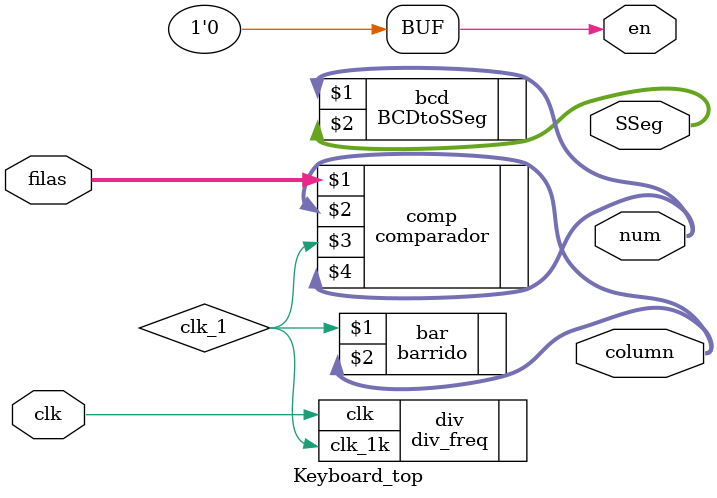
<source format=v>
module Keyboard_top(input clk,
                input [3:0] filas,
                output [3:0] column,
                output [0:6] SSeg,
                output reg en,
					 output [3:0] num
					 );
   
   wire clk_1;
   
	initial en <= 0;

   div_freq div( .clk(clk),.clk_1k(clk_1));
   barrido bar( clk_1,column );
   comparador comp( filas,column,clk_1 ,num);
   BCDtoSSeg bcd( num,SSeg );

   
endmodule

</source>
